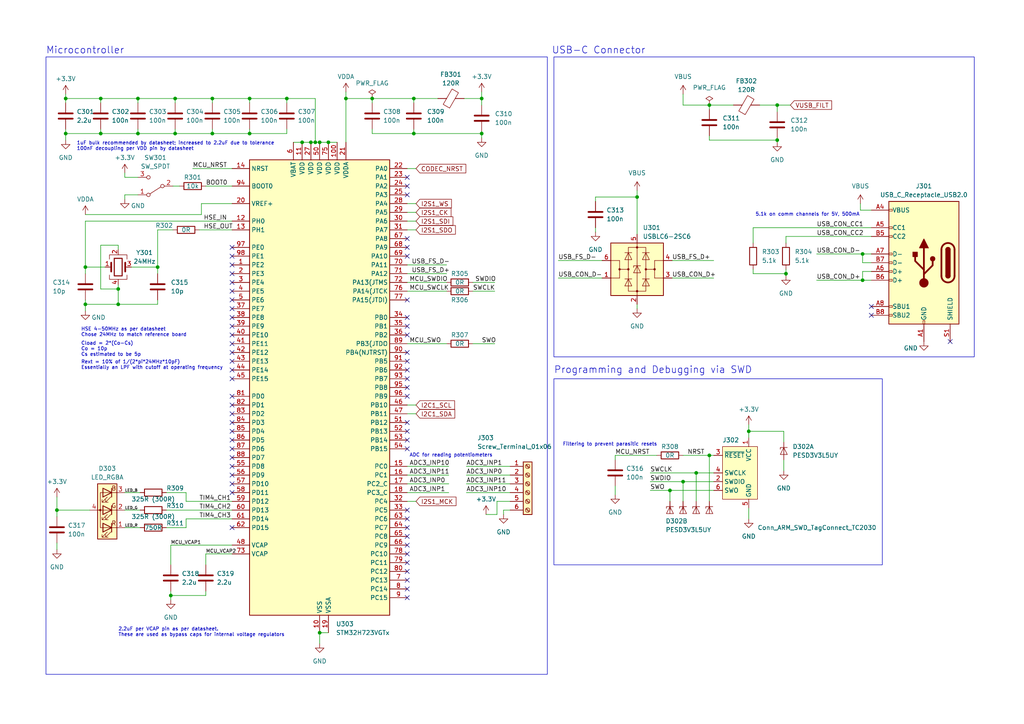
<source format=kicad_sch>
(kicad_sch (version 20230121) (generator eeschema)
  (paper "A4")
  (lib_symbols
    (symbol "Connector:Conn_ARM_SWD_TagConnect_TC2030" (in_bom no)
      (property "Reference" "J" (at 2.54 11.43 0))
      (property "Value" "Conn_ARM_SWD_TagConnect_TC2030" (at 5.08 8.89 0))
      (symbol "Conn_ARM_SWD_TagConnect_TC2030_0_0"
        (pin power_in line (at -2.54 10.16 270) (length 2.54) (name "VCC") (number "1"))
        (pin bidirectional line (at 7.62 -2.54 180) (length 2.54) (name "SWDIO") (number "2"))
        (pin open_collector line (at 7.62 5.08 180) (length 2.54) (name "~{RESET}") (number "3"))
        (pin output line (at 7.62 0 180) (length 2.54) (name "SWCLK") (number "4"))
        (pin power_in line (at -2.54 -10.16 90) (length 2.54) (name "GND") (number "5"))
        (pin input line (at 7.62 -5.08 180) (length 2.54) (name "SWO") (number "6"))
      )
    )
    (symbol "Connector:Screw_Terminal_01x06" (pin_names (offset 1.016) hide)
      (property "Reference" "J" (at 0 7.62 0))
      (property "Value" "Screw_Terminal_01x06" (at 0 -10.16 0))
      (symbol "Screw_Terminal_01x06_1_1"
        (pin passive line (at -5.08 5.08 0) (length 3.81) (name "Pin_1") (number "1"))
        (pin passive line (at -5.08 2.54 0) (length 3.81) (name "Pin_2") (number "2"))
        (pin passive line (at -5.08 0 0) (length 3.81) (name "Pin_3") (number "3"))
        (pin passive line (at -5.08 -2.54 0) (length 3.81) (name "Pin_4") (number "4"))
        (pin passive line (at -5.08 -5.08 0) (length 3.81) (name "Pin_5") (number "5"))
        (pin passive line (at -5.08 -7.62 0) (length 3.81) (name "Pin_6") (number "6"))
      )
    )
    (symbol "Connector:USB_C_Receptacle_USB2.0" (pin_names (offset 1.016))
      (property "Reference" "J" (at -10.16 19.05 0))
      (property "Value" "USB_C_Receptacle_USB2.0" (at 19.05 19.05 0))
      (symbol "USB_C_Receptacle_USB2.0_1_1"
        (pin passive line (at 0 -22.86 90) (length 5.08) (name "GND") (number "A1"))
        (pin passive line (at 0 -22.86 90) (length 5.08) hide (name "GND") (number "A12"))
        (pin passive line (at 15.24 15.24 180) (length 5.08) (name "VBUS") (number "A4"))
        (pin bidirectional line (at 15.24 10.16 180) (length 5.08) (name "CC1") (number "A5"))
        (pin bidirectional line (at 15.24 -2.54 180) (length 5.08) (name "D+") (number "A6"))
        (pin bidirectional line (at 15.24 2.54 180) (length 5.08) (name "D-") (number "A7"))
        (pin bidirectional line (at 15.24 -12.7 180) (length 5.08) (name "SBU1") (number "A8"))
        (pin passive line (at 15.24 15.24 180) (length 5.08) hide (name "VBUS") (number "A9"))
        (pin passive line (at 0 -22.86 90) (length 5.08) hide (name "GND") (number "B1"))
        (pin passive line (at 0 -22.86 90) (length 5.08) hide (name "GND") (number "B12"))
        (pin passive line (at 15.24 15.24 180) (length 5.08) hide (name "VBUS") (number "B4"))
        (pin bidirectional line (at 15.24 7.62 180) (length 5.08) (name "CC2") (number "B5"))
        (pin bidirectional line (at 15.24 -5.08 180) (length 5.08) (name "D+") (number "B6"))
        (pin bidirectional line (at 15.24 0 180) (length 5.08) (name "D-") (number "B7"))
        (pin bidirectional line (at 15.24 -15.24 180) (length 5.08) (name "SBU2") (number "B8"))
        (pin passive line (at 15.24 15.24 180) (length 5.08) hide (name "VBUS") (number "B9"))
        (pin passive line (at -7.62 -22.86 90) (length 5.08) (name "SHIELD") (number "S1"))
      )
    )
    (symbol "Device:C" (pin_numbers hide) (pin_names (offset 0.254))
      (property "Reference" "C" (at 0.635 2.54 0))
      (property "Value" "C" (at 0.635 -2.54 0))
      (symbol "C_1_1"
        (pin passive line (at 0 3.81 270) (length 2.794) (name "~") (number "1"))
        (pin passive line (at 0 -3.81 90) (length 2.794) (name "~") (number "2"))
      )
    )
    (symbol "Device:Crystal_GND24" (pin_names (offset 1.016) hide)
      (property "Reference" "Y" (at 3.175 5.08 0))
      (property "Value" "Crystal_GND24" (at 3.175 3.175 0))
      (symbol "Crystal_GND24_1_1"
        (pin passive line (at -3.81 0 0) (length 1.27) (name "1") (number "1"))
        (pin passive line (at 0 5.08 270) (length 1.27) (name "2") (number "2"))
        (pin passive line (at 3.81 0 180) (length 1.27) (name "3") (number "3"))
        (pin passive line (at 0 -5.08 90) (length 1.27) (name "4") (number "4"))
      )
    )
    (symbol "Device:FerriteBead" (pin_numbers hide) (pin_names (offset 0))
      (property "Reference" "FB" (at -3.81 0.635 90))
      (property "Value" "FerriteBead" (at 3.81 0 90))
      (symbol "FerriteBead_1_1"
        (pin passive line (at 0 3.81 270) (length 2.54) (name "~") (number "1"))
        (pin passive line (at 0 -3.81 90) (length 2.54) (name "~") (number "2"))
      )
    )
    (symbol "Device:LED_RGBA" (pin_names (offset 0) hide)
      (property "Reference" "D" (at 0 9.398 0))
      (property "Value" "LED_RGBA" (at 0 -8.89 0))
      (symbol "LED_RGBA_0_0"
        (text "B" (at -1.905 -6.35 0) (effects (font (size 1.27 1.27))))
        (text "G" (at -1.905 -1.27 0) (effects (font (size 1.27 1.27))))
        (text "R" (at -1.905 3.81 0) (effects (font (size 1.27 1.27))))
      )
      (symbol "LED_RGBA_1_1"
        (pin passive line (at -5.08 5.08 0) (length 2.54) (name "RK") (number "1"))
        (pin passive line (at -5.08 0 0) (length 2.54) (name "GK") (number "2"))
        (pin passive line (at -5.08 -5.08 0) (length 2.54) (name "BK") (number "3"))
        (pin passive line (at 5.08 0 180) (length 2.54) (name "A") (number "4"))
      )
    )
    (symbol "Device:R" (pin_numbers hide) (pin_names (offset 0))
      (property "Reference" "R" (at 2.032 0 90))
      (property "Value" "R" (at 0 0 90))
      (symbol "R_1_1"
        (pin passive line (at 0 3.81 270) (length 1.27) (name "~") (number "1"))
        (pin passive line (at 0 -3.81 90) (length 1.27) (name "~") (number "2"))
      )
    )
    (symbol "MCU_ST_STM32H7:STM32H723VGTx"
      (property "Reference" "U" (at -20.32 67.31 0))
      (property "Value" "STM32H723VGTx" (at 10.16 67.31 0))
      (symbol "STM32H723VGTx_1_1"
        (pin bidirectional line (at -25.4 35.56 0) (length 5.08) (name "PE2") (number "1"))
        (pin power_in line (at 0 -71.12 90) (length 5.08) (name "VSS") (number "10"))
        (pin power_in line (at 5.08 71.12 270) (length 5.08) (name "VDD") (number "100"))
        (pin power_in line (at -5.08 71.12 270) (length 5.08) (name "VDD") (number "11"))
        (pin bidirectional line (at -25.4 48.26 0) (length 5.08) (name "PH0") (number "12"))
        (pin bidirectional line (at -25.4 45.72 0) (length 5.08) (name "PH1") (number "13"))
        (pin input line (at -25.4 63.5 0) (length 5.08) (name "NRST") (number "14"))
        (pin bidirectional line (at 25.4 -22.86 180) (length 5.08) (name "PC0") (number "15"))
        (pin bidirectional line (at 25.4 -25.4 180) (length 5.08) (name "PC1") (number "16"))
        (pin bidirectional line (at 25.4 -27.94 180) (length 5.08) (name "PC2_C") (number "17"))
        (pin bidirectional line (at 25.4 -30.48 180) (length 5.08) (name "PC3_C") (number "18"))
        (pin power_in line (at 2.54 -71.12 90) (length 5.08) (name "VSSA") (number "19"))
        (pin bidirectional line (at -25.4 33.02 0) (length 5.08) (name "PE3") (number "2"))
        (pin input line (at -25.4 53.34 0) (length 5.08) (name "VREF+") (number "20"))
        (pin power_in line (at 7.62 71.12 270) (length 5.08) (name "VDDA") (number "21"))
        (pin bidirectional line (at 25.4 63.5 180) (length 5.08) (name "PA0") (number "22"))
        (pin bidirectional line (at 25.4 60.96 180) (length 5.08) (name "PA1") (number "23"))
        (pin bidirectional line (at 25.4 58.42 180) (length 5.08) (name "PA2") (number "24"))
        (pin bidirectional line (at 25.4 55.88 180) (length 5.08) (name "PA3") (number "25"))
        (pin passive line (at 0 -71.12 90) (length 5.08) hide (name "VSS") (number "26"))
        (pin power_in line (at -2.54 71.12 270) (length 5.08) (name "VDD") (number "27"))
        (pin bidirectional line (at 25.4 53.34 180) (length 5.08) (name "PA4") (number "28"))
        (pin bidirectional line (at 25.4 50.8 180) (length 5.08) (name "PA5") (number "29"))
        (pin bidirectional line (at -25.4 30.48 0) (length 5.08) (name "PE4") (number "3"))
        (pin bidirectional line (at 25.4 48.26 180) (length 5.08) (name "PA6") (number "30"))
        (pin bidirectional line (at 25.4 45.72 180) (length 5.08) (name "PA7") (number "31"))
        (pin bidirectional line (at 25.4 -33.02 180) (length 5.08) (name "PC4") (number "32"))
        (pin bidirectional line (at 25.4 -35.56 180) (length 5.08) (name "PC5") (number "33"))
        (pin bidirectional line (at 25.4 20.32 180) (length 5.08) (name "PB0") (number "34"))
        (pin bidirectional line (at 25.4 17.78 180) (length 5.08) (name "PB1") (number "35"))
        (pin bidirectional line (at 25.4 15.24 180) (length 5.08) (name "PB2") (number "36"))
        (pin bidirectional line (at -25.4 22.86 0) (length 5.08) (name "PE7") (number "37"))
        (pin bidirectional line (at -25.4 20.32 0) (length 5.08) (name "PE8") (number "38"))
        (pin bidirectional line (at -25.4 17.78 0) (length 5.08) (name "PE9") (number "39"))
        (pin bidirectional line (at -25.4 27.94 0) (length 5.08) (name "PE5") (number "4"))
        (pin bidirectional line (at -25.4 15.24 0) (length 5.08) (name "PE10") (number "40"))
        (pin bidirectional line (at -25.4 12.7 0) (length 5.08) (name "PE11") (number "41"))
        (pin bidirectional line (at -25.4 10.16 0) (length 5.08) (name "PE12") (number "42"))
        (pin bidirectional line (at -25.4 7.62 0) (length 5.08) (name "PE13") (number "43"))
        (pin bidirectional line (at -25.4 5.08 0) (length 5.08) (name "PE14") (number "44"))
        (pin bidirectional line (at -25.4 2.54 0) (length 5.08) (name "PE15") (number "45"))
        (pin bidirectional line (at 25.4 -5.08 180) (length 5.08) (name "PB10") (number "46"))
        (pin bidirectional line (at 25.4 -7.62 180) (length 5.08) (name "PB11") (number "47"))
        (pin power_out line (at -25.4 -45.72 0) (length 5.08) (name "VCAP") (number "48"))
        (pin passive line (at 0 -71.12 90) (length 5.08) hide (name "VSS") (number "49"))
        (pin bidirectional line (at -25.4 25.4 0) (length 5.08) (name "PE6") (number "5"))
        (pin power_in line (at 0 71.12 270) (length 5.08) (name "VDD") (number "50"))
        (pin bidirectional line (at 25.4 -10.16 180) (length 5.08) (name "PB12") (number "51"))
        (pin bidirectional line (at 25.4 -12.7 180) (length 5.08) (name "PB13") (number "52"))
        (pin bidirectional line (at 25.4 -15.24 180) (length 5.08) (name "PB14") (number "53"))
        (pin bidirectional line (at 25.4 -17.78 180) (length 5.08) (name "PB15") (number "54"))
        (pin bidirectional line (at -25.4 -22.86 0) (length 5.08) (name "PD8") (number "55"))
        (pin bidirectional line (at -25.4 -25.4 0) (length 5.08) (name "PD9") (number "56"))
        (pin bidirectional line (at -25.4 -27.94 0) (length 5.08) (name "PD10") (number "57"))
        (pin bidirectional line (at -25.4 -30.48 0) (length 5.08) (name "PD11") (number "58"))
        (pin bidirectional line (at -25.4 -33.02 0) (length 5.08) (name "PD12") (number "59"))
        (pin power_in line (at -7.62 71.12 270) (length 5.08) (name "VBAT") (number "6"))
        (pin bidirectional line (at -25.4 -35.56 0) (length 5.08) (name "PD13") (number "60"))
        (pin bidirectional line (at -25.4 -38.1 0) (length 5.08) (name "PD14") (number "61"))
        (pin bidirectional line (at -25.4 -40.64 0) (length 5.08) (name "PD15") (number "62"))
        (pin bidirectional line (at 25.4 -38.1 180) (length 5.08) (name "PC6") (number "63"))
        (pin bidirectional line (at 25.4 -40.64 180) (length 5.08) (name "PC7") (number "64"))
        (pin bidirectional line (at 25.4 -43.18 180) (length 5.08) (name "PC8") (number "65"))
        (pin bidirectional line (at 25.4 -45.72 180) (length 5.08) (name "PC9") (number "66"))
        (pin bidirectional line (at 25.4 43.18 180) (length 5.08) (name "PA8") (number "67"))
        (pin bidirectional line (at 25.4 40.64 180) (length 5.08) (name "PA9") (number "68"))
        (pin bidirectional line (at 25.4 38.1 180) (length 5.08) (name "PA10") (number "69"))
        (pin bidirectional line (at 25.4 -55.88 180) (length 5.08) (name "PC13") (number "7"))
        (pin bidirectional line (at 25.4 35.56 180) (length 5.08) (name "PA11") (number "70"))
        (pin bidirectional line (at 25.4 33.02 180) (length 5.08) (name "PA12") (number "71"))
        (pin bidirectional line (at 25.4 30.48 180) (length 5.08) (name "PA13(JTMS") (number "72"))
        (pin power_out line (at -25.4 -48.26 0) (length 5.08) (name "VCAP") (number "73"))
        (pin passive line (at 0 -71.12 90) (length 5.08) hide (name "VSS") (number "74"))
        (pin power_in line (at 2.54 71.12 270) (length 5.08) (name "VDD") (number "75"))
        (pin bidirectional line (at 25.4 27.94 180) (length 5.08) (name "PA14(JTCK") (number "76"))
        (pin bidirectional line (at 25.4 25.4 180) (length 5.08) (name "PA15(JTDI)") (number "77"))
        (pin bidirectional line (at 25.4 -48.26 180) (length 5.08) (name "PC10") (number "78"))
        (pin bidirectional line (at 25.4 -50.8 180) (length 5.08) (name "PC11") (number "79"))
        (pin bidirectional line (at 25.4 -58.42 180) (length 5.08) (name "PC14") (number "8"))
        (pin bidirectional line (at 25.4 -53.34 180) (length 5.08) (name "PC12") (number "80"))
        (pin bidirectional line (at -25.4 -2.54 0) (length 5.08) (name "PD0") (number "81"))
        (pin bidirectional line (at -25.4 -5.08 0) (length 5.08) (name "PD1") (number "82"))
        (pin bidirectional line (at -25.4 -7.62 0) (length 5.08) (name "PD2") (number "83"))
        (pin bidirectional line (at -25.4 -10.16 0) (length 5.08) (name "PD3") (number "84"))
        (pin bidirectional line (at -25.4 -12.7 0) (length 5.08) (name "PD4") (number "85"))
        (pin bidirectional line (at -25.4 -15.24 0) (length 5.08) (name "PD5") (number "86"))
        (pin bidirectional line (at -25.4 -17.78 0) (length 5.08) (name "PD6") (number "87"))
        (pin bidirectional line (at -25.4 -20.32 0) (length 5.08) (name "PD7") (number "88"))
        (pin bidirectional line (at 25.4 12.7 180) (length 5.08) (name "PB3(JTDO") (number "89"))
        (pin bidirectional line (at 25.4 -60.96 180) (length 5.08) (name "PC15") (number "9"))
        (pin bidirectional line (at 25.4 10.16 180) (length 5.08) (name "PB4(NJTRST)") (number "90"))
        (pin bidirectional line (at 25.4 7.62 180) (length 5.08) (name "PB5") (number "91"))
        (pin bidirectional line (at 25.4 5.08 180) (length 5.08) (name "PB6") (number "92"))
        (pin bidirectional line (at 25.4 2.54 180) (length 5.08) (name "PB7") (number "93"))
        (pin input line (at -25.4 58.42 0) (length 5.08) (name "BOOT0") (number "94"))
        (pin bidirectional line (at 25.4 0 180) (length 5.08) (name "PB8") (number "95"))
        (pin bidirectional line (at 25.4 -2.54 180) (length 5.08) (name "PB9") (number "96"))
        (pin bidirectional line (at -25.4 40.64 0) (length 5.08) (name "PE0") (number "97"))
        (pin bidirectional line (at -25.4 38.1 0) (length 5.08) (name "PE1") (number "98"))
        (pin passive line (at 0 -71.12 90) (length 5.08) hide (name "VSS") (number "99"))
      )
    )
    (symbol "Power_Protection:PESD3V3L5UY" (pin_numbers hide) (pin_names hide)
      (property "Reference" "D" (at 0 2.54 0))
      (property "Value" "PESD3V3L5UY" (at 0 -2.54 0))
      (symbol "PESD3V3L5UY_1_1"
        (pin passive line (at -2.54 0 0) (length 2.54) (name "K1") (number "1"))
        (pin passive line (at 2.54 0 180) (length 2.54) (name "A") (number "2"))
      )
      (symbol "PESD3V3L5UY_2_1"
        (pin passive line (at -2.54 0 0) (length 2.54) (name "K2") (number "3"))
      )
      (symbol "PESD3V3L5UY_3_1"
        (pin passive line (at -2.54 0 0) (length 2.54) (name "K3") (number "4"))
      )
      (symbol "PESD3V3L5UY_4_1"
        (pin passive line (at -2.54 0 0) (length 2.54) (name "K4") (number "5"))
      )
      (symbol "PESD3V3L5UY_5_1"
        (pin passive line (at -2.54 0 0) (length 2.54) (name "K5") (number "6"))
      )
    )
    (symbol "Power_Protection:USBLC6-2SC6" (pin_names hide)
      (property "Reference" "U" (at 2.54 8.89 0))
      (property "Value" "USBLC6-2SC6" (at 2.54 -8.89 0))
      (symbol "USBLC6-2SC6_1_1"
        (pin passive line (at -10.16 -2.54 0) (length 2.54) (name "I/O1") (number "1"))
        (pin passive line (at 0 -10.16 90) (length 2.54) (name "GND") (number "2"))
        (pin passive line (at 10.16 -2.54 180) (length 2.54) (name "I/O2") (number "3"))
        (pin passive line (at 10.16 2.54 180) (length 2.54) (name "I/O2") (number "4"))
        (pin passive line (at 0 10.16 270) (length 2.54) (name "VBUS") (number "5"))
        (pin passive line (at -10.16 2.54 0) (length 2.54) (name "I/O1") (number "6"))
      )
    )
    (symbol "Switch:SW_SPDT" (pin_names (offset 0) hide)
      (property "Reference" "SW" (at 0 4.318 0))
      (property "Value" "SW_SPDT" (at 0 -5.08 0))
      (symbol "SW_SPDT_1_1"
        (pin passive line (at 5.08 2.54 180) (length 2.54) (name "A") (number "1"))
        (pin passive line (at -5.08 0 0) (length 2.54) (name "B") (number "2"))
        (pin passive line (at 5.08 -2.54 180) (length 2.54) (name "C") (number "3"))
      )
    )
    (symbol "power:+3.3V" (power) (pin_names (offset 0))
      (property "Value" "+3.3V" (at 0 3.556 0))
      (symbol "+3.3V_1_1"
        (pin power_in line (at 0 0 90) (length 0) hide (name "+3.3V") (number "1"))
      )
    )
    (symbol "power:GND" (power) (pin_names (offset 0))
      (property "Value" "GND" (at 0 -3.81 0))
      (symbol "GND_1_1"
        (pin power_in line (at 0 0 270) (length 0) hide (name "GND") (number "1"))
      )
    )
    (symbol "power:PWR_FLAG" (power) (pin_numbers hide) (pin_names (offset 0) hide)
      (property "Value" "PWR_FLAG" (at 0 3.81 0))
      (symbol "PWR_FLAG_0_0"
        (pin power_out line (at 0 0 90) (length 0) (name "pwr") (number "1"))
      )
    )
    (symbol "power:VBUS" (power) (pin_names (offset 0))
      (property "Value" "VBUS" (at 0 3.81 0))
      (symbol "VBUS_1_1"
        (pin power_in line (at 0 0 90) (length 0) hide (name "VBUS") (number "1"))
      )
    )
    (symbol "power:VDDA" (power) (pin_names (offset 0))
      (property "Value" "VDDA" (at 0 3.81 0))
      (symbol "VDDA_1_1"
        (pin power_in line (at 0 0 90) (length 0) hide (name "VDDA") (number "1"))
      )
    )
  )
  (junction (at 24.765 77.47))
  (junction (at 92.71 183.515))
  (junction (at 250.19 73.66))
  (junction (at 19.05 28.575))
  (junction (at 198.12 139.7))
  (junction (at 90.17 41.275))
  (junction (at 217.17 125.095))
  (junction (at 225.425 30.48))
  (junction (at 40.005 28.575))
  (junction (at 139.7 28.575))
  (junction (at 61.595 28.575))
  (junction (at 19.05 38.735))
  (junction (at 16.51 147.955))
  (junction (at 95.25 41.275))
  (junction (at 120.015 28.575))
  (junction (at 34.29 83.82))
  (junction (at 139.7 38.735))
  (junction (at 72.39 28.575))
  (junction (at 120.015 38.735))
  (junction (at 205.74 30.48))
  (junction (at 194.31 142.24))
  (junction (at 49.53 172.72))
  (junction (at 29.21 28.575))
  (junction (at 250.19 81.28))
  (junction (at 87.63 41.275))
  (junction (at 100.33 28.575))
  (junction (at 50.8 28.575))
  (junction (at 92.71 41.275))
  (junction (at 227.965 79.375))
  (junction (at 184.785 57.15))
  (junction (at 45.72 77.47))
  (junction (at 225.425 40.64))
  (junction (at 83.185 28.575))
  (junction (at 107.95 28.575))
  (junction (at 29.21 38.735))
  (junction (at 91.44 41.275))
  (junction (at 34.29 88.265))
  (junction (at 50.8 38.735))
  (junction (at 205.74 132.08))
  (junction (at 24.765 88.265))
  (junction (at 201.93 137.16))
  (junction (at 40.005 38.735))
  (junction (at 72.39 38.735))
  (junction (at 61.595 38.735))
  (no_connect (at 67.31 107.315))
  (no_connect (at 67.31 86.995))
  (no_connect (at 67.31 127.635))
  (no_connect (at 67.31 117.475))
  (no_connect (at 67.31 89.535))
  (no_connect (at 275.59 99.06))
  (no_connect (at 67.31 137.795))
  (no_connect (at 67.31 94.615))
  (no_connect (at 118.11 168.275))
  (no_connect (at 67.31 125.095))
  (no_connect (at 118.11 86.995))
  (no_connect (at 118.11 92.075))
  (no_connect (at 67.31 84.455))
  (no_connect (at 118.11 165.735))
  (no_connect (at 252.73 91.44))
  (no_connect (at 118.11 109.855))
  (no_connect (at 118.11 122.555))
  (no_connect (at 118.11 102.235))
  (no_connect (at 67.31 132.715))
  (no_connect (at 118.11 153.035))
  (no_connect (at 118.11 112.395))
  (no_connect (at 67.31 92.075))
  (no_connect (at 67.31 71.755))
  (no_connect (at 118.11 107.315))
  (no_connect (at 118.11 74.295))
  (no_connect (at 118.11 163.195))
  (no_connect (at 118.11 127.635))
  (no_connect (at 67.31 79.375))
  (no_connect (at 67.31 109.855))
  (no_connect (at 118.11 155.575))
  (no_connect (at 118.11 114.935))
  (no_connect (at 118.11 71.755))
  (no_connect (at 67.31 114.935))
  (no_connect (at 118.11 130.175))
  (no_connect (at 118.11 147.955))
  (no_connect (at 67.31 102.235))
  (no_connect (at 67.31 74.295))
  (no_connect (at 67.31 153.035))
  (no_connect (at 118.11 170.815))
  (no_connect (at 252.73 88.9))
  (no_connect (at 67.31 120.015))
  (no_connect (at 118.11 97.155))
  (no_connect (at 118.11 69.215))
  (no_connect (at 118.11 56.515))
  (no_connect (at 67.31 135.255))
  (no_connect (at 118.11 173.355))
  (no_connect (at 118.11 104.775))
  (no_connect (at 67.31 142.875))
  (no_connect (at 118.11 125.095))
  (no_connect (at 67.31 99.695))
  (no_connect (at 118.11 94.615))
  (no_connect (at 118.11 150.495))
  (no_connect (at 67.31 76.835))
  (no_connect (at 67.31 97.155))
  (no_connect (at 118.11 51.435))
  (no_connect (at 118.11 53.975))
  (no_connect (at 118.11 158.115))
  (no_connect (at 67.31 140.335))
  (no_connect (at 67.31 81.915))
  (no_connect (at 67.31 104.775))
  (no_connect (at 67.31 122.555))
  (no_connect (at 67.31 130.175))
  (no_connect (at 118.11 160.655))
  (wire (pts (xy 16.51 147.955) (xy 26.035 147.955)))
  (wire (pts (xy 24.765 77.47) (xy 30.48 77.47)))
  (wire (pts (xy 92.71 183.515) (xy 92.71 186.69)))
  (wire (pts (xy 24.765 88.265) (xy 34.29 88.265)))
  (wire (pts (xy 50.8 37.465) (xy 50.8 38.735)))
  (wire (pts (xy 36.195 51.435) (xy 36.195 50.165)))
  (wire (pts (xy 250.19 73.66) (xy 252.73 73.66)))
  (wire (pts (xy 184.785 88.265) (xy 184.785 89.535)))
  (wire (pts (xy 118.11 61.595) (xy 120.65 61.595)))
  (wire (pts (xy 40.005 38.735) (xy 50.8 38.735)))
  (wire (pts (xy 120.65 120.015) (xy 118.11 120.015)))
  (wire (pts (xy 50.8 28.575) (xy 61.595 28.575)))
  (wire (pts (xy 194.945 75.565) (xy 207.01 75.565)))
  (wire (pts (xy 92.71 183.515) (xy 95.25 183.515)))
  (wire (pts (xy 36.195 153.035) (xy 40.64 153.035)))
  (wire (pts (xy 227.965 79.375) (xy 227.965 80.01)))
  (wire (pts (xy 58.42 62.23) (xy 24.765 62.23)))
  (wire (pts (xy 72.39 29.845) (xy 72.39 28.575)))
  (wire (pts (xy 201.93 137.16) (xy 207.01 137.16)))
  (wire (pts (xy 24.765 88.265) (xy 24.765 90.17)))
  (wire (pts (xy 135.255 135.255) (xy 147.955 135.255)))
  (wire (pts (xy 48.26 142.875) (xy 53.975 142.875)))
  (wire (pts (xy 34.29 83.82) (xy 34.29 82.55)))
  (wire (pts (xy 135.255 142.875) (xy 147.955 142.875)))
  (wire (pts (xy 40.005 37.465) (xy 40.005 38.735)))
  (wire (pts (xy 137.16 81.915) (xy 143.51 81.915)))
  (wire (pts (xy 38.1 77.47) (xy 45.72 77.47)))
  (wire (pts (xy 227.965 68.58) (xy 227.965 70.485)))
  (wire (pts (xy 188.595 139.7) (xy 198.12 139.7)))
  (wire (pts (xy 218.44 66.04) (xy 218.44 70.485)))
  (wire (pts (xy 91.44 28.575) (xy 83.185 28.575)))
  (wire (pts (xy 144.145 149.225) (xy 144.145 145.415)))
  (wire (pts (xy 140.97 149.225) (xy 144.145 149.225)))
  (wire (pts (xy 40.005 56.515) (xy 36.195 56.515)))
  (wire (pts (xy 45.72 86.995) (xy 45.72 88.265)))
  (wire (pts (xy 49.53 171.45) (xy 49.53 172.72)))
  (wire (pts (xy 218.44 66.04) (xy 252.73 66.04)))
  (wire (pts (xy 252.73 76.2) (xy 250.19 76.2)))
  (wire (pts (xy 188.595 142.24) (xy 194.31 142.24)))
  (wire (pts (xy 120.015 28.575) (xy 127 28.575)))
  (wire (pts (xy 252.73 60.96) (xy 249.555 60.96)))
  (wire (pts (xy 55.88 48.895) (xy 67.31 48.895)))
  (wire (pts (xy 83.185 37.465) (xy 83.185 38.735)))
  (wire (pts (xy 172.72 57.15) (xy 184.785 57.15)))
  (wire (pts (xy 188.595 137.16) (xy 201.93 137.16)))
  (wire (pts (xy 227.33 133.35) (xy 227.33 136.525)))
  (wire (pts (xy 205.74 40.64) (xy 225.425 40.64)))
  (wire (pts (xy 172.72 58.42) (xy 172.72 57.15)))
  (wire (pts (xy 227.33 125.095) (xy 227.33 128.27)))
  (wire (pts (xy 227.965 68.58) (xy 252.73 68.58)))
  (wire (pts (xy 83.185 38.735) (xy 72.39 38.735)))
  (wire (pts (xy 29.21 83.82) (xy 34.29 83.82)))
  (wire (pts (xy 100.33 41.275) (xy 100.33 28.575)))
  (wire (pts (xy 184.785 55.245) (xy 184.785 57.15)))
  (wire (pts (xy 139.7 28.575) (xy 139.7 30.48)))
  (wire (pts (xy 59.69 53.975) (xy 67.31 53.975)))
  (wire (pts (xy 120.65 117.475) (xy 118.11 117.475)))
  (wire (pts (xy 40.005 29.845) (xy 40.005 28.575)))
  (wire (pts (xy 61.595 37.465) (xy 61.595 38.735)))
  (wire (pts (xy 120.015 37.465) (xy 120.015 38.735)))
  (wire (pts (xy 137.16 99.695) (xy 143.51 99.695)))
  (wire (pts (xy 120.015 28.575) (xy 120.015 29.845)))
  (wire (pts (xy 194.31 142.24) (xy 207.01 142.24)))
  (wire (pts (xy 227.965 78.105) (xy 227.965 79.375)))
  (wire (pts (xy 29.21 29.845) (xy 29.21 28.575)))
  (wire (pts (xy 16.51 144.145) (xy 16.51 147.955)))
  (wire (pts (xy 201.93 137.16) (xy 201.93 145.415)))
  (wire (pts (xy 59.69 160.655) (xy 67.31 160.655)))
  (wire (pts (xy 19.05 28.575) (xy 19.05 29.845)))
  (wire (pts (xy 36.195 147.955) (xy 40.64 147.955)))
  (wire (pts (xy 61.595 38.735) (xy 72.39 38.735)))
  (wire (pts (xy 118.11 142.875) (xy 130.175 142.875)))
  (wire (pts (xy 118.11 76.835) (xy 129.54 76.835)))
  (wire (pts (xy 72.39 28.575) (xy 83.185 28.575)))
  (wire (pts (xy 250.19 76.2) (xy 250.19 73.66)))
  (wire (pts (xy 107.95 38.735) (xy 120.015 38.735)))
  (wire (pts (xy 139.7 38.1) (xy 139.7 38.735)))
  (wire (pts (xy 50.8 38.735) (xy 61.595 38.735)))
  (wire (pts (xy 225.425 30.48) (xy 225.425 32.385)))
  (wire (pts (xy 198.12 132.08) (xy 205.74 132.08)))
  (wire (pts (xy 58.42 59.055) (xy 67.31 59.055)))
  (wire (pts (xy 100.33 26.67) (xy 100.33 28.575)))
  (wire (pts (xy 24.765 77.47) (xy 24.765 79.375)))
  (wire (pts (xy 29.21 28.575) (xy 40.005 28.575)))
  (wire (pts (xy 53.975 142.875) (xy 53.975 145.415)))
  (wire (pts (xy 225.425 40.64) (xy 225.425 40.005)))
  (wire (pts (xy 236.855 81.28) (xy 250.19 81.28)))
  (wire (pts (xy 61.595 28.575) (xy 72.39 28.575)))
  (wire (pts (xy 16.51 157.48) (xy 16.51 159.385)))
  (wire (pts (xy 83.185 29.845) (xy 83.185 28.575)))
  (wire (pts (xy 107.95 29.845) (xy 107.95 28.575)))
  (wire (pts (xy 118.11 79.375) (xy 129.54 79.375)))
  (wire (pts (xy 118.11 137.795) (xy 130.175 137.795)))
  (wire (pts (xy 137.16 84.455) (xy 143.51 84.455)))
  (wire (pts (xy 250.19 78.74) (xy 250.19 81.28)))
  (wire (pts (xy 24.765 86.995) (xy 24.765 88.265)))
  (wire (pts (xy 50.8 29.845) (xy 50.8 28.575)))
  (wire (pts (xy 29.21 37.465) (xy 29.21 38.735)))
  (wire (pts (xy 198.12 27.305) (xy 198.12 30.48)))
  (wire (pts (xy 19.05 27.305) (xy 19.05 28.575)))
  (wire (pts (xy 217.17 125.095) (xy 227.33 125.095)))
  (wire (pts (xy 107.95 37.465) (xy 107.95 38.735)))
  (wire (pts (xy 118.11 59.055) (xy 120.65 59.055)))
  (wire (pts (xy 217.17 147.32) (xy 217.17 150.495)))
  (wire (pts (xy 48.26 153.035) (xy 53.975 153.035)))
  (wire (pts (xy 205.74 39.37) (xy 205.74 40.64)))
  (wire (pts (xy 161.925 80.645) (xy 174.625 80.645)))
  (wire (pts (xy 85.09 41.275) (xy 87.63 41.275)))
  (wire (pts (xy 118.11 64.135) (xy 120.65 64.135)))
  (wire (pts (xy 205.74 30.48) (xy 205.74 31.75)))
  (wire (pts (xy 57.785 66.675) (xy 67.31 66.675)))
  (wire (pts (xy 49.53 172.72) (xy 59.69 172.72)))
  (wire (pts (xy 91.44 41.275) (xy 92.71 41.275)))
  (wire (pts (xy 40.005 51.435) (xy 36.195 51.435)))
  (wire (pts (xy 53.975 145.415) (xy 67.31 145.415)))
  (wire (pts (xy 194.945 80.645) (xy 207.01 80.645)))
  (wire (pts (xy 218.44 78.105) (xy 218.44 79.375)))
  (wire (pts (xy 146.05 149.225) (xy 146.05 147.955)))
  (wire (pts (xy 36.195 142.875) (xy 40.64 142.875)))
  (wire (pts (xy 29.21 71.12) (xy 29.21 83.82)))
  (wire (pts (xy 50.165 53.975) (xy 52.07 53.975)))
  (wire (pts (xy 172.72 66.04) (xy 172.72 67.31)))
  (wire (pts (xy 220.345 30.48) (xy 225.425 30.48)))
  (wire (pts (xy 118.11 135.255) (xy 130.175 135.255)))
  (wire (pts (xy 29.21 38.735) (xy 40.005 38.735)))
  (wire (pts (xy 118.11 84.455) (xy 129.54 84.455)))
  (wire (pts (xy 19.05 38.735) (xy 29.21 38.735)))
  (wire (pts (xy 48.26 147.955) (xy 67.31 147.955)))
  (wire (pts (xy 59.69 163.83) (xy 59.69 160.655)))
  (wire (pts (xy 161.925 75.565) (xy 174.625 75.565)))
  (wire (pts (xy 45.72 77.47) (xy 45.72 66.675)))
  (wire (pts (xy 178.435 140.97) (xy 178.435 143.51)))
  (wire (pts (xy 45.72 66.675) (xy 50.165 66.675)))
  (wire (pts (xy 139.7 26.67) (xy 139.7 28.575)))
  (wire (pts (xy 53.975 153.035) (xy 53.975 150.495)))
  (wire (pts (xy 134.62 28.575) (xy 139.7 28.575)))
  (wire (pts (xy 34.29 83.82) (xy 34.29 88.265)))
  (wire (pts (xy 249.555 60.96) (xy 249.555 59.055)))
  (wire (pts (xy 135.255 140.335) (xy 147.955 140.335)))
  (wire (pts (xy 184.785 57.15) (xy 184.785 67.945)))
  (wire (pts (xy 118.11 48.895) (xy 120.65 48.895)))
  (wire (pts (xy 118.11 81.915) (xy 129.54 81.915)))
  (wire (pts (xy 178.435 132.08) (xy 190.5 132.08)))
  (wire (pts (xy 19.05 38.735) (xy 19.05 40.64)))
  (wire (pts (xy 34.29 71.12) (xy 29.21 71.12)))
  (wire (pts (xy 217.17 125.095) (xy 217.17 127)))
  (wire (pts (xy 40.005 28.575) (xy 50.8 28.575)))
  (wire (pts (xy 205.74 132.08) (xy 205.74 145.415)))
  (wire (pts (xy 236.855 73.66) (xy 250.19 73.66)))
  (wire (pts (xy 118.11 145.415) (xy 120.65 145.415)))
  (wire (pts (xy 118.11 99.695) (xy 129.54 99.695)))
  (wire (pts (xy 61.595 29.845) (xy 61.595 28.575)))
  (wire (pts (xy 135.255 137.795) (xy 147.955 137.795)))
  (wire (pts (xy 19.05 28.575) (xy 29.21 28.575)))
  (wire (pts (xy 45.72 77.47) (xy 45.72 79.375)))
  (wire (pts (xy 34.29 88.265) (xy 45.72 88.265)))
  (wire (pts (xy 91.44 41.275) (xy 91.44 28.575)))
  (wire (pts (xy 118.11 66.675) (xy 120.65 66.675)))
  (wire (pts (xy 16.51 147.955) (xy 16.51 149.86)))
  (wire (pts (xy 100.33 28.575) (xy 107.95 28.575)))
  (wire (pts (xy 72.39 37.465) (xy 72.39 38.735)))
  (wire (pts (xy 24.765 64.135) (xy 67.31 64.135)))
  (wire (pts (xy 19.05 37.465) (xy 19.05 38.735)))
  (wire (pts (xy 95.25 41.275) (xy 97.79 41.275)))
  (wire (pts (xy 146.05 147.955) (xy 147.955 147.955)))
  (wire (pts (xy 198.12 139.7) (xy 207.01 139.7)))
  (wire (pts (xy 90.17 41.275) (xy 91.44 41.275)))
  (wire (pts (xy 250.19 81.28) (xy 252.73 81.28)))
  (wire (pts (xy 59.69 172.72) (xy 59.69 171.45)))
  (wire (pts (xy 118.11 140.335) (xy 130.175 140.335)))
  (wire (pts (xy 92.71 41.275) (xy 95.25 41.275)))
  (wire (pts (xy 144.145 145.415) (xy 147.955 145.415)))
  (wire (pts (xy 36.195 56.515) (xy 36.195 57.785)))
  (wire (pts (xy 178.435 133.35) (xy 178.435 132.08)))
  (wire (pts (xy 24.765 77.47) (xy 24.765 64.135)))
  (wire (pts (xy 87.63 41.275) (xy 90.17 41.275)))
  (wire (pts (xy 58.42 62.23) (xy 58.42 59.055)))
  (wire (pts (xy 49.53 172.72) (xy 49.53 173.99)))
  (wire (pts (xy 107.95 28.575) (xy 120.015 28.575)))
  (wire (pts (xy 198.12 139.7) (xy 198.12 145.415)))
  (wire (pts (xy 49.53 158.115) (xy 67.31 158.115)))
  (wire (pts (xy 218.44 79.375) (xy 227.965 79.375)))
  (wire (pts (xy 120.015 38.735) (xy 139.7 38.735)))
  (wire (pts (xy 217.17 123.19) (xy 217.17 125.095)))
  (wire (pts (xy 225.425 30.48) (xy 229.235 30.48)))
  (wire (pts (xy 49.53 163.83) (xy 49.53 158.115)))
  (wire (pts (xy 252.73 78.74) (xy 250.19 78.74)))
  (wire (pts (xy 205.74 132.08) (xy 207.01 132.08)))
  (wire (pts (xy 198.12 30.48) (xy 205.74 30.48)))
  (wire (pts (xy 194.31 142.24) (xy 194.31 145.415)))
  (wire (pts (xy 205.74 30.48) (xy 212.725 30.48)))
  (wire (pts (xy 225.425 40.64) (xy 225.425 41.275)))
  (wire (pts (xy 139.7 38.735) (xy 139.7 40.005)))
  (wire (pts (xy 34.29 72.39) (xy 34.29 71.12)))
  (wire (pts (xy 53.975 150.495) (xy 67.31 150.495)))
  (rectangle (start 160.655 109.855) (end 255.905 163.83))
  (rectangle (start 160.655 16.51) (end 282.575 103.505))
  (rectangle (start 13.335 16.51) (end 158.75 195.58))
  (text "5.1k on comm channels for 5V, 500mA" (at 219.075 62.865 0) (effects (font (size 1 1)) (justify left bottom)))
  (text "Programming and Debugging via SWD" (at 160.655 108.585 0) (effects (font (size 2 2)) (justify left bottom)))
  (text "Cload = 2*(Co-Cs)\nCo = 10p \nCs estimated to be 5p" (at 23.495 103.505 0) (effects (font (size 1 1)) (justify left bottom)))
  (text "Rext = 10% of 1/(2*pi*24MHz*10pF)\nEssentially an LPF with cutoff at operating frequency" (at 23.495 107.315 0) (effects (font (size 1 1)) (justify left bottom)))
  (text "HSE 4-50MHz as per datasheet\nChose 24MHz to match reference board " (at 23.495 97.79 0) (effects (font (size 1 1)) (justify left bottom)))
  (text "USB-C Connector" (at 160.02 15.875 0) (effects (font (size 2 2)) (justify left bottom)))
  (text "Filtering to prevent parasitic resets" (at 163.195 129.54 0) (effects (font (size 1 1)) (justify left bottom)))
  (text "1uF bulk recommended by datasheet; increased to 2.2uF due to tolerance\n100nF decoupling per VDD pin by datasheet" (at 22.225 43.815 0) (effects (font (size 1 1)) (justify left bottom)))
  (text "ADC for reading potentiometers" (at 118.745 132.715 0) (effects (font (size 1 1)) (justify left bottom)))
  (text "2.2uF per VCAP pin as per datasheet.\nThese are used as bypass caps for internal voltage regulators" (at 34.29 184.785 0) (effects (font (size 1 1)) (justify left bottom)))
  (text "Microcontroller" (at 13.335 15.875 0) (effects (font (size 2 2)) (justify left bottom)))
  (label "SWDIO" (at 188.595 139.7 0))
  (label "ADC3_INP10" (at 118.745 135.255 0))
  (label "USB_FS_D+" (at 119.38 79.375 0))
  (label "USB_CON_CC2" (at 236.855 68.58 0))
  (label "USB_FS_D+" (at 194.945 75.565 0))
  (label "ADC3_INP0" (at 135.255 137.795 0))
  (label "MCU_SWO" (at 118.745 99.695 0))
  (label "LED_R" (at 36.195 153.035 0) (effects (font (size 0.8 0.8))))
  (label "LED_G" (at 36.195 147.955 0) (effects (font (size 0.8 0.8))))
  (label "MCU_NRST" (at 55.88 48.895 0))
  (label "MCU_SWDIO" (at 118.745 81.915 0))
  (label "ADC3_INP11" (at 135.255 140.335 0))
  (label "ADC3_INP11" (at 118.745 137.795 0))
  (label "MCU_VCAP2" (at 59.69 160.655 0) (effects (font (size 1 1))))
  (label "SWCLK" (at 137.16 84.455 0))
  (label "SWCLK" (at 188.595 137.16 0))
  (label "ADC3_INP0" (at 118.745 140.335 0))
  (label "MCU_SWCLK" (at 118.745 84.455 0))
  (label "USB_FS_D-" (at 119.38 76.835 0))
  (label "MCU_NRST" (at 178.435 132.08 0))
  (label "TIM4_CH3" (at 57.785 150.495 0))
  (label "NRST" (at 199.39 132.08 0))
  (label "HSE_IN" (at 59.055 64.135 0))
  (label "USB_CON_D-" (at 236.855 73.66 0))
  (label "LED_B" (at 36.195 142.875 0) (effects (font (size 0.8 0.8))))
  (label "TIM4_CH1" (at 57.785 145.415 0))
  (label "USB_CON_D+" (at 194.945 80.645 0))
  (label "USB_CON_D+" (at 236.855 81.28 0))
  (label "USB_FS_D-" (at 161.925 75.565 0))
  (label "HSE_OUT" (at 59.055 66.675 0))
  (label "SWO" (at 188.595 142.24 0))
  (label "SWDIO" (at 137.795 81.915 0))
  (label "ADC3_INP1" (at 118.745 142.875 0))
  (label "SWO" (at 139.7 99.695 0))
  (label "MCU_VCAP1" (at 49.53 158.115 0) (effects (font (size 1 1))))
  (label "TIM4_CH2" (at 57.785 147.955 0))
  (label "ADC3_INP10" (at 135.255 142.875 0))
  (label "USB_CON_CC1" (at 236.855 66.04 0))
  (label "ADC3_INP1" (at 135.255 135.255 0))
  (label "BOOT0" (at 59.69 53.975 0))
  (label "USB_CON_D-" (at 161.925 80.645 0))
  (global_label "I2S1_WS" (shape input) (at 120.65 59.055 0) (property "Intersheetrefs" "${INTERSHEET_REFS}" (effects hide)))
  (global_label "I2S1_SDI" (shape input) (at 120.65 64.135 0) (property "Intersheetrefs" "${INTERSHEET_REFS}" (effects hide)))
  (global_label "VUSB_FILT" (shape input) (at 229.235 30.48 0) (property "Intersheetrefs" "${INTERSHEET_REFS}" (effects hide)))
  (global_label "CODEC_NRST" (shape input) (at 120.65 48.895 0) (property "Intersheetrefs" "${INTERSHEET_REFS}" (effects hide)))
  (global_label "I2C1_SCL" (shape input) (at 120.65 117.475 0) (property "Intersheetrefs" "${INTERSHEET_REFS}" (effects hide)))
  (global_label "I2S1_SDO" (shape input) (at 120.65 66.675 0) (property "Intersheetrefs" "${INTERSHEET_REFS}" (effects hide)))
  (global_label "I2S1_CK" (shape input) (at 120.65 61.595 0) (property "Intersheetrefs" "${INTERSHEET_REFS}" (effects hide)))
  (global_label "I2S1_MCK" (shape input) (at 120.65 145.415 0) (property "Intersheetrefs" "${INTERSHEET_REFS}" (effects hide)))
  (global_label "I2C1_SDA" (shape input) (at 120.65 120.015 0) (property "Intersheetrefs" "${INTERSHEET_REFS}" (effects hide)))
  (symbol (lib_id "Power_Protection:PESD3V3L5UY") (at 205.74 147.955 270) (unit 2)
    (property "Reference" "D302" (at 193.04 151.13 90) (effects (justify left)))
    (property "Value" "PESD3V3L5UY" (at 193.04 153.67 90) (effects (justify left)))
    (property "Footprint" "Package_TO_SOT_SMD:SOT-363_SC-70-6" (effects hide))
    (property "Datasheet" "https://assets.nexperia.com/documents/data-sheet/PESDXL5UF_V_Y.pdf" (effects hide))
    (property "JLCPCB Part #" "C3021133" (effects hide))
  )
  (symbol (lib_id "Device:Crystal_GND24") (at 34.29 77.47 0) (unit 1)
    (property "Reference" "Y301" (at 41.91 73.2791 0))
    (property "Value" "24MHz" (at 41.91 75.8191 0))
    (property "Footprint" "Crystal:Crystal_SMD_3225-4Pin_3.2x2.5mm" (effects hide))
    (property "JLCPCB Part #" "C5308005" (effects hide))
  )
  (symbol (lib_id "power:GND") (at 225.425 41.275 0) (unit 1)
    (property "Reference" "#PWR0307" (effects hide))
    (property "Value" "GND" (at 225.425 46.355 0))
  )
  (symbol (lib_id "Device:R") (at 133.35 81.915 90) (unit 1)
    (property "Reference" "R305" (at 133.35 79.375 90))
    (property "Value" "0R" (at 133.35 81.915 90))
    (property "Footprint" "Resistor_SMD:R_0603_1608Metric" (effects hide))
    (property "JLCPCB Part #" "C304185" (effects hide))
  )
  (symbol (lib_id "Power_Protection:PESD3V3L5UY") (at 194.31 147.955 270) (unit 5)
    (property "Reference" "D302" (effects hide))
    (property "Value" "PESD3V3L5UY" (effects hide))
    (property "Footprint" "Package_TO_SOT_SMD:SOT-363_SC-70-6" (effects hide))
    (property "Datasheet" "https://assets.nexperia.com/documents/data-sheet/PESDXL5UF_V_Y.pdf" (effects hide))
    (property "JLCPCB Part #" "C3021133" (effects hide))
  )
  (symbol (lib_id "power:+3.3V") (at 36.195 50.165 0) (unit 1)
    (property "Reference" "#PWR0327" (effects hide))
    (property "Value" "+3.3V" (at 36.195 45.72 0))
  )
  (symbol (lib_id "Device:R") (at 133.35 84.455 90) (unit 1)
    (property "Reference" "R306" (at 133.35 86.995 90))
    (property "Value" "0R" (at 133.35 84.455 90))
    (property "Footprint" "Resistor_SMD:R_0603_1608Metric" (effects hide))
    (property "JLCPCB Part #" "C304185" (effects hide))
  )
  (symbol (lib_id "Device:R") (at 133.35 99.695 90) (unit 1)
    (property "Reference" "R307" (at 133.35 97.155 90))
    (property "Value" "0R" (at 133.35 99.695 90))
    (property "Footprint" "Resistor_SMD:R_0603_1608Metric" (effects hide))
    (property "JLCPCB Part #" "C304185" (effects hide))
  )
  (symbol (lib_id "Device:R") (at 55.88 53.975 90) (unit 1)
    (property "Reference" "R301" (at 55.88 51.435 90))
    (property "Value" "10k" (at 55.88 53.975 90))
    (property "Footprint" "Resistor_SMD:R_0402_1005Metric" (effects hide))
    (property "JLCPCB Part #" "C176114" (effects hide))
  )
  (symbol (lib_id "power:GND") (at 172.72 67.31 0) (unit 1)
    (property "Reference" "#PWR0312" (effects hide))
    (property "Value" "GND" (at 172.72 72.39 0))
  )
  (symbol (lib_id "power:GND") (at 267.97 99.06 0) (unit 1)
    (property "Reference" "#PWR0316" (effects hide))
    (property "Value" "GND" (at 264.16 100.965 0))
  )
  (symbol (lib_id "Device:C") (at 139.7 34.29 0) (unit 1)
    (property "Reference" "C310" (at 143.51 33.02 0) (effects (justify left)))
    (property "Value" "100n" (at 143.51 35.56 0) (effects (justify left)))
    (property "Footprint" "Capacitor_SMD:C_0402_1005Metric" (effects hide))
    (property "JLCPCB Part #" "C432917" (effects hide))
  )
  (symbol (lib_id "Connector:Screw_Terminal_01x06") (at 153.035 140.335 0) (unit 1)
    (property "Reference" "J303" (at 138.43 127 0) (effects (justify left)))
    (property "Value" "Screw_Terminal_01x06" (at 138.43 129.54 0) (effects (justify left)))
    (property "Footprint" "TerminalBlock_Phoenix:TerminalBlock_Phoenix_MPT-0,5-6-2.54_1x06_P2.54mm_Horizontal" (effects hide))
    (property "JLCPCB Part #" "C3817456" (effects hide))
  )
  (symbol (lib_id "power:VDDA") (at 100.33 26.67 0) (unit 1)
    (property "Reference" "#PWR0301" (effects hide))
    (property "Value" "VDDA" (at 100.33 22.225 0))
  )
  (symbol (lib_id "Device:C") (at 225.425 36.195 0) (unit 1)
    (property "Reference" "C312" (at 229.235 34.925 0) (effects (justify left)))
    (property "Value" "100n" (at 229.235 37.465 0) (effects (justify left)))
    (property "Footprint" "Capacitor_SMD:C_0402_1005Metric" (effects hide))
    (property "JLCPCB Part #" "C432917" (effects hide))
  )
  (symbol (lib_id "power:VBUS") (at 249.555 59.055 0) (unit 1)
    (property "Reference" "#PWR0311" (effects hide))
    (property "Value" "VBUS" (at 249.555 53.975 0))
  )
  (symbol (lib_id "Device:R") (at 44.45 153.035 270) (unit 1)
    (property "Reference" "R311" (at 50.8 151.765 90))
    (property "Value" "750R" (at 44.45 153.035 90))
    (property "Footprint" "Resistor_SMD:R_0603_1608Metric" (effects hide))
    (property "JLCPCB Part #" "C328375" (effects hide))
  )
  (symbol (lib_id "power:GND") (at 24.765 90.17 0) (unit 1)
    (property "Reference" "#PWR0315" (effects hide))
    (property "Value" "GND" (at 28.575 92.075 0))
  )
  (symbol (lib_id "power:PWR_FLAG") (at 107.95 28.575 0) (unit 1)
    (property "Reference" "#FLG0302" (effects hide))
    (property "Value" "PWR_FLAG" (at 107.95 24.13 0))
  )
  (symbol (lib_id "power:GND") (at 19.05 40.64 0) (unit 1)
    (property "Reference" "#PWR0306" (effects hide))
    (property "Value" "GND" (at 19.05 45.72 0))
  )
  (symbol (lib_id "Device:R") (at 194.31 132.08 90) (unit 1)
    (property "Reference" "R308" (at 194.31 129.54 90))
    (property "Value" "0R" (at 194.31 132.08 90))
    (property "Footprint" "Resistor_SMD:R_0603_1608Metric" (effects hide))
    (property "JLCPCB Part #" "C304185" (effects hide))
  )
  (symbol (lib_id "power:+3.3V") (at 19.05 27.305 0) (unit 1)
    (property "Reference" "#PWR0303" (effects hide))
    (property "Value" "+3.3V" (at 19.05 22.86 0))
  )
  (symbol (lib_id "Device:LED_RGBA") (at 31.115 147.955 180) (unit 1)
    (property "Reference" "D303" (at 31.115 135.89 0))
    (property "Value" "LED_RGBA" (at 31.115 138.43 0))
    (property "Footprint" "Custom_Footprints_KiCAD7:LED_SMD_RGB_AAA3528LSEEZGKQBKS" (effects hide))
    (property "JLCPCB Part #" "C5547384" (effects hide))
  )
  (symbol (lib_id "power:GND") (at 139.7 40.005 0) (unit 1)
    (property "Reference" "#PWR0305" (effects hide))
    (property "Value" "GND" (at 139.7 45.085 0))
  )
  (symbol (lib_id "Device:C") (at 178.435 137.16 0) (unit 1)
    (property "Reference" "C316" (at 181.61 135.89 0) (effects (justify left)))
    (property "Value" "100n" (at 181.61 138.43 0) (effects (justify left)))
    (property "Footprint" "Capacitor_SMD:C_0402_1005Metric" (effects hide))
    (property "JLCPCB Part #" "C432917" (effects hide))
  )
  (symbol (lib_id "Device:R") (at 218.44 74.295 0) (unit 1)
    (property "Reference" "R303" (at 220.98 73.025 0) (effects (justify left)))
    (property "Value" "5.1k" (at 220.98 75.565 0) (effects (justify left)))
    (property "Footprint" "Resistor_SMD:R_0402_1005Metric" (effects hide))
    (property "JLCPCB Part #" "C325521" (effects hide))
  )
  (symbol (lib_id "Device:C") (at 59.69 167.64 0) (unit 1)
    (property "Reference" "C319" (at 62.865 166.37 0) (effects (justify left)))
    (property "Value" "2.2u" (at 62.865 168.91 0) (effects (justify left)))
    (property "Footprint" "Capacitor_SMD:C_0603_1608Metric" (effects hide))
    (property "JLCPCB Part #" "C71001" (effects hide))
  )
  (symbol (lib_id "Device:C") (at 107.95 33.655 0) (unit 1)
    (property "Reference" "C308" (at 111.125 32.385 0) (effects (justify left)))
    (property "Value" "100n" (at 111.125 34.925 0) (effects (justify left)))
    (property "Footprint" "Capacitor_SMD:C_0402_1005Metric" (effects hide))
    (property "JLCPCB Part #" "C432917" (effects hide))
  )
  (symbol (lib_id "Device:FerriteBead") (at 130.81 28.575 90) (unit 1)
    (property "Reference" "FB301" (at 130.7592 21.59 90))
    (property "Value" "120R" (at 130.7592 24.13 90))
    (property "Footprint" "Inductor_SMD:L_0603_1608Metric" (effects hide))
    (property "JLCPCB Part #" "C12391" (effects hide))
  )
  (symbol (lib_id "power:PWR_FLAG") (at 205.74 30.48 0) (unit 1)
    (property "Reference" "#FLG0301" (effects hide))
    (property "Value" "PWR_FLAG" (at 205.74 25.4 0))
  )
  (symbol (lib_id "power:GND") (at 227.33 136.525 0) (unit 1)
    (property "Reference" "#PWR0318" (effects hide))
    (property "Value" "GND" (at 227.33 141.605 0))
  )
  (symbol (lib_id "Device:C") (at 45.72 83.185 0) (unit 1)
    (property "Reference" "C315" (at 49.53 81.915 0) (effects (justify left)))
    (property "Value" "10p" (at 49.53 84.455 0) (effects (justify left)))
    (property "Footprint" "Capacitor_SMD:C_0402_1005Metric" (effects hide))
    (property "JLCPCB Part #" "C258501" (effects hide))
  )
  (symbol (lib_id "Device:C") (at 72.39 33.655 0) (unit 1)
    (property "Reference" "C306" (at 75.565 32.385 0) (effects (justify left)))
    (property "Value" "100n" (at 75.565 34.925 0) (effects (justify left)))
    (property "Footprint" "Capacitor_SMD:C_0402_1005Metric" (effects hide))
    (property "JLCPCB Part #" "C432917" (effects hide))
  )
  (symbol (lib_id "Device:C") (at 83.185 33.655 0) (unit 1)
    (property "Reference" "C307" (at 86.36 32.385 0) (effects (justify left)))
    (property "Value" "100n" (at 86.36 34.925 0) (effects (justify left)))
    (property "Footprint" "Capacitor_SMD:C_0402_1005Metric" (effects hide))
    (property "JLCPCB Part #" "C432917" (effects hide))
  )
  (symbol (lib_id "Device:FerriteBead") (at 216.535 30.48 90) (unit 1)
    (property "Reference" "FB302" (at 216.4842 23.495 90))
    (property "Value" "120R" (at 216.4842 26.035 90))
    (property "Footprint" "Inductor_SMD:L_0603_1608Metric" (effects hide))
    (property "JLCPCB Part #" "C12391" (effects hide))
  )
  (symbol (lib_id "Device:R") (at 227.965 74.295 0) (unit 1)
    (property "Reference" "R304" (at 230.505 73.025 0) (effects (justify left)))
    (property "Value" "5.1k" (at 230.505 75.565 0) (effects (justify left)))
    (property "Footprint" "Resistor_SMD:R_0402_1005Metric" (effects hide))
    (property "JLCPCB Part #" "C325521" (effects hide))
  )
  (symbol (lib_id "power:VBUS") (at 184.785 55.245 0) (unit 1)
    (property "Reference" "#PWR0309" (effects hide))
    (property "Value" "VBUS" (at 184.785 50.165 0))
  )
  (symbol (lib_id "Device:C") (at 172.72 62.23 0) (unit 1)
    (property "Reference" "C313" (at 175.895 60.96 0) (effects (justify left)))
    (property "Value" "100n" (at 175.895 63.5 0) (effects (justify left)))
    (property "Footprint" "Capacitor_SMD:C_0402_1005Metric" (effects hide))
    (property "JLCPCB Part #" "C432917" (effects hide))
  )
  (symbol (lib_id "power:GND") (at 178.435 143.51 0) (unit 1)
    (property "Reference" "#PWR0319" (effects hide))
    (property "Value" "GND" (at 178.435 148.59 0))
  )
  (symbol (lib_id "Device:R") (at 53.975 66.675 90) (unit 1)
    (property "Reference" "R302" (at 47.625 65.405 90))
    (property "Value" "0R" (at 53.975 66.675 90))
    (property "Footprint" "Resistor_SMD:R_0603_1608Metric" (effects hide))
    (property "JLCPCB Part #" "C304185" (effects hide))
  )
  (symbol (lib_id "Device:C") (at 120.015 33.655 0) (unit 1)
    (property "Reference" "C309" (at 123.825 32.385 0) (effects (justify left)))
    (property "Value" "100n" (at 123.825 34.925 0) (effects (justify left)))
    (property "Footprint" "Capacitor_SMD:C_0402_1005Metric" (effects hide))
    (property "JLCPCB Part #" "C432917" (effects hide))
  )
  (symbol (lib_id "power:GND") (at 16.51 159.385 0) (unit 1)
    (property "Reference" "#PWR0324" (effects hide))
    (property "Value" "GND" (at 16.51 164.465 0))
  )
  (symbol (lib_id "Device:C") (at 205.74 35.56 0) (unit 1)
    (property "Reference" "C311" (at 209.55 34.29 0) (effects (justify left)))
    (property "Value" "100n" (at 209.55 36.83 0) (effects (justify left)))
    (property "Footprint" "Capacitor_SMD:C_0402_1005Metric" (effects hide))
    (property "JLCPCB Part #" "C432917" (effects hide))
  )
  (symbol (lib_id "Device:C") (at 49.53 167.64 0) (unit 1)
    (property "Reference" "C318" (at 52.705 166.37 0) (effects (justify left)))
    (property "Value" "2.2u" (at 52.705 168.91 0) (effects (justify left)))
    (property "Footprint" "Capacitor_SMD:C_0603_1608Metric" (effects hide))
    (property "JLCPCB Part #" "C71001" (effects hide))
  )
  (symbol (lib_id "Device:C") (at 61.595 33.655 0) (unit 1)
    (property "Reference" "C305" (at 64.77 32.385 0) (effects (justify left)))
    (property "Value" "100n" (at 64.77 34.925 0) (effects (justify left)))
    (property "Footprint" "Capacitor_SMD:C_0402_1005Metric" (effects hide))
    (property "JLCPCB Part #" "C432917" (effects hide))
  )
  (symbol (lib_id "power:GND") (at 36.195 57.785 0) (unit 1)
    (property "Reference" "#PWR0308" (effects hide))
    (property "Value" "GND" (at 40.005 59.69 0))
  )
  (symbol (lib_id "power:+3.3V") (at 139.7 26.67 0) (unit 1)
    (property "Reference" "#PWR0302" (effects hide))
    (property "Value" "+3.3V" (at 139.7 22.225 0))
  )
  (symbol (lib_id "power:GND") (at 217.17 150.495 0) (unit 1)
    (property "Reference" "#PWR0323" (effects hide))
    (property "Value" "GND" (at 217.17 155.575 0))
  )
  (symbol (lib_id "Power_Protection:USBLC6-2SC6") (at 184.785 78.105 0) (unit 1)
    (property "Reference" "U301" (at 186.4361 66.04 0) (effects (justify left)))
    (property "Value" "USBLC6-2SC6" (at 186.4361 68.58 0) (effects (justify left)))
    (property "Footprint" "Package_TO_SOT_SMD:SOT-23-6" (effects hide))
    (property "Datasheet" "https://www.st.com/resource/en/datasheet/usblc6-2.pdf" (effects hide))
    (property "JLCPCB Part #" "C5261088" (effects hide))
  )
  (symbol (lib_id "power:+3.3V") (at 140.97 149.225 0) (unit 1)
    (property "Reference" "#PWR0321" (effects hide))
    (property "Value" "+3.3V" (at 140.97 144.78 0))
  )
  (symbol (lib_id "Connector:USB_C_Receptacle_USB2.0") (at 267.97 76.2 0) (mirror y) (unit 1)
    (property "Reference" "J301" (at 267.97 53.975 0))
    (property "Value" "USB_C_Receptacle_USB2.0" (at 267.97 56.515 0))
    (property "Footprint" "Connector_USB:USB_C_Receptacle_HRO_TYPE-C-31-M-12" (effects hide))
    (property "Datasheet" "https://www.usb.org/sites/default/files/documents/usb_type-c.zip" (effects hide))
    (property "JLCPCB Part #" "C165948" (effects hide))
  )
  (symbol (lib_id "power:GND") (at 227.965 80.01 0) (unit 1)
    (property "Reference" "#PWR0313" (effects hide))
    (property "Value" "GND" (at 227.965 85.09 0))
  )
  (symbol (lib_id "power:+3.3V") (at 217.17 123.19 0) (unit 1)
    (property "Reference" "#PWR0317" (effects hide))
    (property "Value" "+3.3V" (at 217.17 118.745 0))
  )
  (symbol (lib_id "Device:C") (at 24.765 83.185 0) (unit 1)
    (property "Reference" "C314" (at 15.24 81.915 0) (effects (justify left)))
    (property "Value" "10p" (at 15.24 84.455 0) (effects (justify left)))
    (property "Footprint" "Capacitor_SMD:C_0402_1005Metric" (effects hide))
    (property "JLCPCB Part #" "C258501" (effects hide))
  )
  (symbol (lib_id "power:GND") (at 49.53 173.99 0) (unit 1)
    (property "Reference" "#PWR0325" (effects hide))
    (property "Value" "GND" (at 49.53 179.07 0))
  )
  (symbol (lib_id "power:GND") (at 92.71 186.69 0) (unit 1)
    (property "Reference" "#PWR0326" (effects hide))
    (property "Value" "GND" (at 92.71 191.77 0))
  )
  (symbol (lib_id "Power_Protection:PESD3V3L5UY") (at 227.33 130.81 270) (unit 1)
    (property "Reference" "D302" (at 229.87 129.54 90) (effects (justify left)))
    (property "Value" "PESD3V3L5UY" (at 229.87 132.08 90) (effects (justify left)))
    (property "Footprint" "Package_TO_SOT_SMD:SOT-363_SC-70-6" (effects hide))
    (property "Datasheet" "https://assets.nexperia.com/documents/data-sheet/PESDXL5UF_V_Y.pdf" (effects hide))
    (property "JLCPCB Part #" "C3021133" (effects hide))
  )
  (symbol (lib_id "MCU_ST_STM32H7:STM32H723VGTx") (at 92.71 112.395 0) (unit 1)
    (property "Reference" "U303" (at 97.4441 180.975 0) (effects (justify left)))
    (property "Value" "STM32H723VGTx" (at 97.4441 183.515 0) (effects (justify left)))
    (property "Footprint" "Package_QFP:LQFP-100_14x14mm_P0.5mm" (effects hide))
    (property "Datasheet" "https://www.st.com/resource/en/datasheet/stm32h723vg.pdf" (effects hide))
    (property "JLCPCB Part #" "C730142" (effects hide))
  )
  (symbol (lib_id "power:GND") (at 184.785 89.535 0) (unit 1)
    (property "Reference" "#PWR0314" (effects hide))
    (property "Value" "GND" (at 184.785 94.615 0))
  )
  (symbol (lib_id "Switch:SW_SPDT") (at 45.085 53.975 180) (unit 1)
    (property "Reference" "SW301" (at 45.085 45.72 0))
    (property "Value" "SW_SPDT" (at 45.085 48.26 0))
    (property "Footprint" "Button_Switch_SMD:SW_SPDT_PCM12" (effects hide))
    (property "JLCPCB Part #" "C221841" (effects hide))
  )
  (symbol (lib_id "power:+3.3V") (at 16.51 144.145 0) (unit 1)
    (property "Reference" "#PWR0320" (effects hide))
    (property "Value" "+3.3V" (at 16.51 139.7 0))
  )
  (symbol (lib_id "Power_Protection:PESD3V3L5UY") (at 201.93 147.955 270) (unit 4)
    (property "Reference" "D302" (effects hide))
    (property "Value" "PESD3V3L5UY" (effects hide))
    (property "Footprint" "Package_TO_SOT_SMD:SOT-363_SC-70-6" (effects hide))
    (property "Datasheet" "https://assets.nexperia.com/documents/data-sheet/PESDXL5UF_V_Y.pdf" (effects hide))
    (property "JLCPCB Part #" "C3021133" (effects hide))
  )
  (symbol (lib_id "power:VDDA") (at 24.765 62.23 0) (unit 1)
    (property "Reference" "#PWR0310" (effects hide))
    (property "Value" "VDDA" (at 24.765 57.785 0))
  )
  (symbol (lib_id "Device:C") (at 50.8 33.655 0) (unit 1)
    (property "Reference" "C304" (at 53.975 32.385 0) (effects (justify left)))
    (property "Value" "100n" (at 53.975 34.925 0) (effects (justify left)))
    (property "Footprint" "Capacitor_SMD:C_0402_1005Metric" (effects hide))
    (property "JLCPCB Part #" "C432917" (effects hide))
  )
  (symbol (lib_id "power:VBUS") (at 198.12 27.305 0) (unit 1)
    (property "Reference" "#PWR0304" (effects hide))
    (property "Value" "VBUS" (at 198.12 22.225 0))
  )
  (symbol (lib_id "Device:C") (at 29.21 33.655 0) (unit 1)
    (property "Reference" "C302" (at 32.385 32.385 0) (effects (justify left)))
    (property "Value" "100n" (at 32.385 34.925 0) (effects (justify left)))
    (property "Footprint" "Capacitor_SMD:C_0402_1005Metric" (effects hide))
    (property "JLCPCB Part #" "C432917" (effects hide))
  )
  (symbol (lib_id "Connector:Conn_ARM_SWD_TagConnect_TC2030") (at 214.63 137.16 0) (mirror y) (unit 1) (in_bom no)
    (property "Reference" "J302" (at 209.55 127.635 0) (effects (justify right)))
    (property "Value" "Conn_ARM_SWD_TagConnect_TC2030" (at 219.71 153.035 0) (effects (justify right)))
    (property "Footprint" "Connector:Tag-Connect_TC2030-IDC-FP_2x03_P1.27mm_Vertical" (effects hide))
    (property "Datasheet" "https://www.tag-connect.com/wp-content/uploads/bsk-pdf-manager/TC2030-CTX_1.pdf" (effects hide))
  )
  (symbol (lib_id "Device:R") (at 44.45 142.875 270) (unit 1)
    (property "Reference" "R309" (at 50.8 141.605 90))
    (property "Value" "325R (300R)" (at 44.45 144.78 90))
    (property "Footprint" "Resistor_SMD:R_0603_1608Metric" (effects hide))
    (property "JLCPCB Part #" "C137637" (effects hide))
  )
  (symbol (lib_id "power:GND") (at 146.05 149.225 0) (unit 1)
    (property "Reference" "#PWR0322" (effects hide))
    (property "Value" "GND" (at 146.05 154.305 0))
  )
  (symbol (lib_id "Power_Protection:PESD3V3L5UY") (at 198.12 147.955 270) (unit 3)
    (property "Reference" "D302" (effects hide))
    (property "Value" "PESD3V3L5UY" (effects hide))
    (property "Footprint" "Package_TO_SOT_SMD:SOT-363_SC-70-6" (effects hide))
    (property "Datasheet" "https://assets.nexperia.com/documents/data-sheet/PESDXL5UF_V_Y.pdf" (effects hide))
    (property "JLCPCB Part #" "C3021133" (effects hide))
  )
  (symbol (lib_id "Device:R") (at 44.45 147.955 270) (unit 1)
    (property "Reference" "R310" (at 50.8 146.685 90))
    (property "Value" "325R (300R)" (at 44.45 149.86 90))
    (property "Footprint" "Resistor_SMD:R_0603_1608Metric" (effects hide))
    (property "JLCPCB Part #" "C137637" (effects hide))
  )
  (symbol (lib_id "Device:C") (at 19.05 33.655 0) (unit 1)
    (property "Reference" "C301" (at 22.225 32.385 0) (effects (justify left)))
    (property "Value" "2.2u" (at 22.225 34.925 0) (effects (justify left)))
    (property "Footprint" "Capacitor_SMD:C_0603_1608Metric" (effects hide))
    (property "JLCPCB Part #" "C71001" (effects hide))
  )
  (symbol (lib_id "Device:C") (at 40.005 33.655 0) (unit 1)
    (property "Reference" "C303" (at 43.18 32.385 0) (effects (justify left)))
    (property "Value" "100n" (at 43.18 34.925 0) (effects (justify left)))
    (property "Footprint" "Capacitor_SMD:C_0402_1005Metric" (effects hide))
    (property "JLCPCB Part #" "C432917" (effects hide))
  )
  (symbol (lib_id "Device:C") (at 16.51 153.67 0) (unit 1)
    (property "Reference" "C317" (at 19.685 152.4 0) (effects (justify left)))
    (property "Value" "100n" (at 19.685 154.94 0) (effects (justify left)))
    (property "Footprint" "Capacitor_SMD:C_0402_1005Metric" (effects hide))
    (property "JLCPCB Part #" "C432917" (effects hide))
  )
)
</source>
